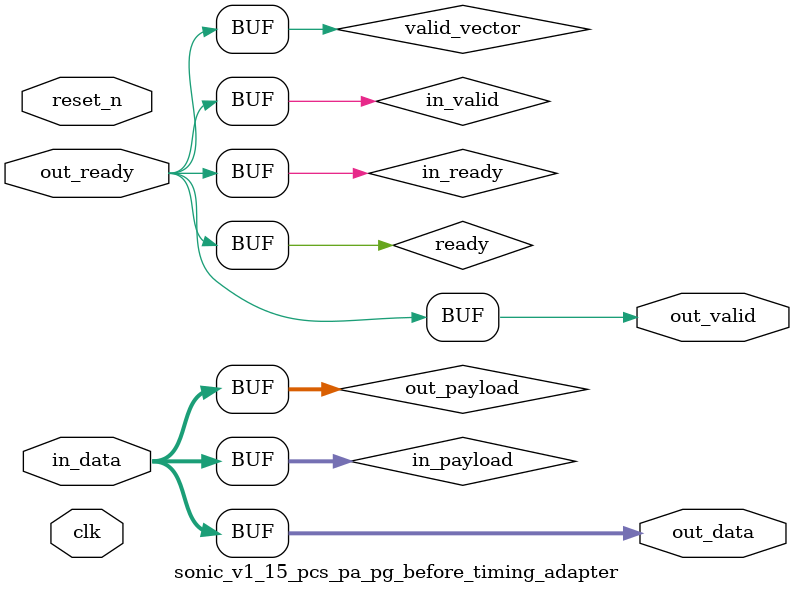
<source format=v>

`timescale 1ns / 100ps
module sonic_v1_15_pcs_pa_pg_before_timing_adapter (
    
      // Interface: clk
      input              clk,
      // Interface: reset
      input              reset_n,
      // Interface: in
      input      [ 1: 0] in_data,
      // Interface: out
      output reg [ 1: 0] out_data,
      input              out_ready,
      output reg         out_valid
);




   // ---------------------------------------------------------------------
   //| Signal Declarations
   // ---------------------------------------------------------------------

   reg  [ 1: 0] in_payload;
   reg  [ 1: 0] out_payload;
   reg  [ 0: 0] ready;
   reg          in_ready;
   // synthesis translate_off
   always @(negedge in_ready) begin
      $display("%m: The downstream component is backpressuring by deasserting ready, but the upstream component can't be backpressured.");
   end
   // synthesis translate_on   
   reg          in_valid;
   reg  [ 0: 0] valid_vector;


   // ---------------------------------------------------------------------
   //| Payload Mapping
   // ---------------------------------------------------------------------
   always @* begin
     in_payload = {in_data};
     {out_data} = out_payload;
   end

   // ---------------------------------------------------------------------
   //| Ready & valid signals.
   // ---------------------------------------------------------------------
   always @* begin
     ready[0] = out_ready;
     out_valid = in_valid;
     out_payload = in_payload;
     in_ready = ready[0];
   end



   // ---------------------------------------------------------------------
   //| Input Valid Generation
   // ---------------------------------------------------------------------
   always @* begin
      valid_vector[0] = in_ready;
      in_valid        = valid_vector[0];
   end


endmodule


</source>
